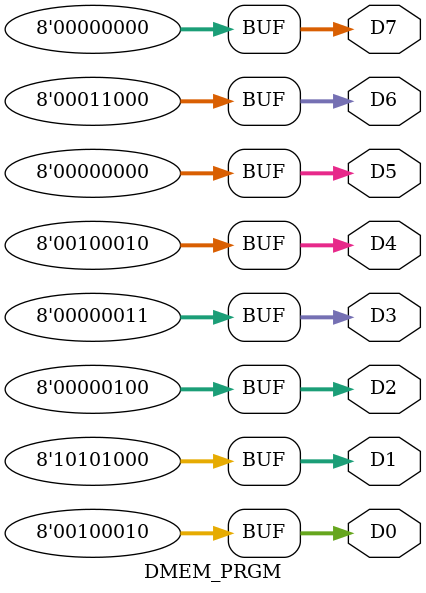
<source format=v>
module DMEM_PRGM(D0, D1, D2, D3, D4, D5, D6, D7);
	output [7:0] D0, D1, D2, D3, D4, D5, D6, D7;
	
//	add1, add3, sub1, cs1, count up
//	assign D0 = 8'b00000000;
//	assign D1 = 8'b00000000;
//	assign D2 = 8'b00000000;
//	assign D3 = 8'b00000000;
//	assign D4 = 8'b00000000;
//	assign D5 = 8'b00000000;
//	assign D6 = 8'b00000000;
//	assign D7 = 8'b00000000;
	
//	add2, add4, sub2, mul
	assign D0 = 8'b00100010;
	assign D1 = 8'b10101000;
	assign D2 = 8'b00000100;
	assign D3 = 8'b00000011;
	assign D4 = 8'b00100010;
	assign D5 = 8'b00000000;
	assign D6 = 8'b00011000;
	assign D7 = 8'b00000000;
//	
//	int div
//	assign D0 = 8'b00001001;
//	assign D1 = 8'b00000011;
//	assign D2 = 8'b00000000;
//	assign D3 = 8'b00000000;
//	assign D4 = 8'b00000000;
//	assign D5 = 8'b00000000;
//	assign D6 = 8'b00000000;
//	assign D7 = 8'b00000000;
//	
//	array traversal
//	assign D0 = 8'b01000001;
//	assign D1 = 8'b00010100;
//	assign D2 = 8'b01000000;
//	assign D3 = 8'b00000010;
//	assign D4 = 8'b00100000;
//	assign D5 = 8'b00000110;
//	assign D6 = 8'b10000000;
//	assign D7 = 8'b01101010;
//	
//	cs2
//	assign D0 = 8'b00001010;
//	assign D1 = 8'b00000001;
//	assign D2 = 8'b00000000;
//	assign D3 = 8'b00000000;
//	assign D4 = 8'b00000000;
//	assign D5 = 8'b00000000;
//	assign D6 = 8'b00000000;
//	assign D7 = 8'b00000000;
endmodule
</source>
